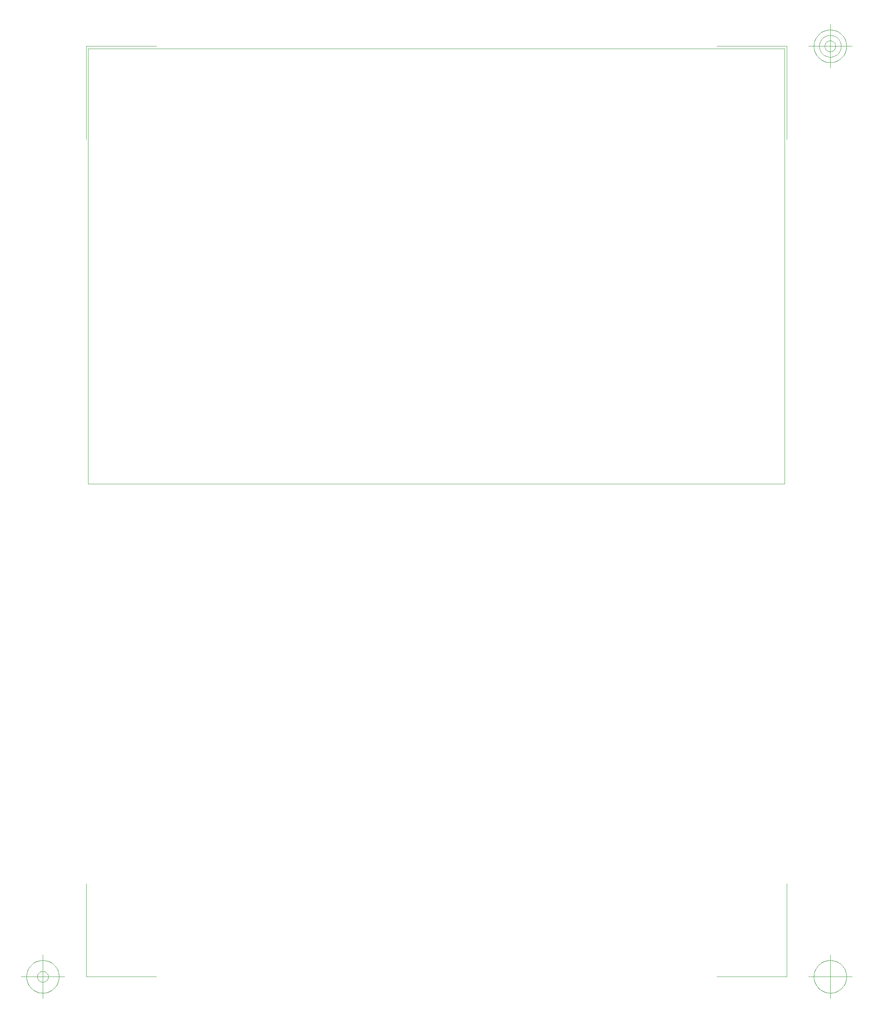
<source format=gbr>
G04 Generated by Ultiboard 10.0 *
%FSLAX25Y25*%
%MOIN*%

%ADD23C,0.00004*%
%ADD22C,0.00394*%


G04 ColorRGB 00FFFF for the following layer *
%LNLeiterplattenumriss*%
%LPD*%
%FSLAX25Y25*%
%MOIN*%
G54D23*
X0Y0D02*
X-629921Y0D01*
X-629921Y0D02*
X-629921Y393701D01*
X-629921Y393701D02*
X0Y393701D01*
X0Y393701D02*
X0Y0D01*
X0Y0D02*
X-629921Y0D01*
X-629921Y0D02*
X-629921Y393701D01*
X-629921Y393701D02*
X0Y393701D01*
X0Y393701D02*
X0Y0D01*
G54D22*
X2000Y-445688D02*
X2000Y-361519D01*
X2000Y-445688D02*
X-61350Y-445688D01*
X-631500Y-445688D02*
X-568150Y-445688D01*
X-631500Y-445688D02*
X-631500Y-361519D01*
X-631500Y396000D02*
X-631500Y311831D01*
X-631500Y396000D02*
X-568150Y396000D01*
X2000Y396000D02*
X-61350Y396000D01*
X2000Y396000D02*
X2000Y311831D01*
X21685Y-445688D02*
X61055Y-445688D01*
X41370Y-465373D02*
X41370Y-426003D01*
X26606Y-445688D02*
X26677Y-444241D01*
X26677Y-444241D02*
X26890Y-442807D01*
X26890Y-442807D02*
X27242Y-441402D01*
X27242Y-441402D02*
X27730Y-440038D01*
X27730Y-440038D02*
X28350Y-438728D01*
X28350Y-438728D02*
X29094Y-437485D01*
X29094Y-437485D02*
X29958Y-436322D01*
X29958Y-436322D02*
X30931Y-435248D01*
X30931Y-435248D02*
X32004Y-434275D01*
X32004Y-434275D02*
X33168Y-433412D01*
X33168Y-433412D02*
X34410Y-432667D01*
X34410Y-432667D02*
X35720Y-432048D01*
X35720Y-432048D02*
X37084Y-431560D01*
X37084Y-431560D02*
X38490Y-431208D01*
X38490Y-431208D02*
X39923Y-430995D01*
X39923Y-430995D02*
X41370Y-430924D01*
X41370Y-430924D02*
X42817Y-430995D01*
X42817Y-430995D02*
X44250Y-431208D01*
X44250Y-431208D02*
X45656Y-431560D01*
X45656Y-431560D02*
X47020Y-432048D01*
X47020Y-432048D02*
X48330Y-432667D01*
X48330Y-432667D02*
X49572Y-433412D01*
X49572Y-433412D02*
X50736Y-434275D01*
X50736Y-434275D02*
X51810Y-435248D01*
X51810Y-435248D02*
X52783Y-436322D01*
X52783Y-436322D02*
X53646Y-437485D01*
X53646Y-437485D02*
X54391Y-438728D01*
X54391Y-438728D02*
X55010Y-440038D01*
X55010Y-440038D02*
X55498Y-441402D01*
X55498Y-441402D02*
X55850Y-442807D01*
X55850Y-442807D02*
X56063Y-444241D01*
X56063Y-444241D02*
X56134Y-445688D01*
X56134Y-445688D02*
X56063Y-447135D01*
X56063Y-447135D02*
X55850Y-448568D01*
X55850Y-448568D02*
X55498Y-449973D01*
X55498Y-449973D02*
X55010Y-451338D01*
X55010Y-451338D02*
X54391Y-452647D01*
X54391Y-452647D02*
X53646Y-453890D01*
X53646Y-453890D02*
X52783Y-455054D01*
X52783Y-455054D02*
X51810Y-456127D01*
X51810Y-456127D02*
X50736Y-457100D01*
X50736Y-457100D02*
X49572Y-457963D01*
X49572Y-457963D02*
X48330Y-458708D01*
X48330Y-458708D02*
X47020Y-459328D01*
X47020Y-459328D02*
X45656Y-459816D01*
X45656Y-459816D02*
X44250Y-460168D01*
X44250Y-460168D02*
X42817Y-460380D01*
X42817Y-460380D02*
X41370Y-460452D01*
X41370Y-460452D02*
X39923Y-460380D01*
X39923Y-460380D02*
X38490Y-460168D01*
X38490Y-460168D02*
X37084Y-459816D01*
X37084Y-459816D02*
X35720Y-459328D01*
X35720Y-459328D02*
X34410Y-458708D01*
X34410Y-458708D02*
X33168Y-457963D01*
X33168Y-457963D02*
X32004Y-457100D01*
X32004Y-457100D02*
X30931Y-456127D01*
X30931Y-456127D02*
X29958Y-455054D01*
X29958Y-455054D02*
X29094Y-453890D01*
X29094Y-453890D02*
X28350Y-452647D01*
X28350Y-452647D02*
X27730Y-451338D01*
X27730Y-451338D02*
X27242Y-449973D01*
X27242Y-449973D02*
X26890Y-448568D01*
X26890Y-448568D02*
X26677Y-447135D01*
X26677Y-447135D02*
X26606Y-445688D01*
X-651185Y-445688D02*
X-690555Y-445688D01*
X-670870Y-465373D02*
X-670870Y-426003D01*
X-685634Y-445688D02*
X-685563Y-444241D01*
X-685563Y-444241D02*
X-685350Y-442807D01*
X-685350Y-442807D02*
X-684998Y-441402D01*
X-684998Y-441402D02*
X-684510Y-440038D01*
X-684510Y-440038D02*
X-683891Y-438728D01*
X-683891Y-438728D02*
X-683146Y-437485D01*
X-683146Y-437485D02*
X-682283Y-436322D01*
X-682283Y-436322D02*
X-681310Y-435248D01*
X-681310Y-435248D02*
X-680236Y-434275D01*
X-680236Y-434275D02*
X-679072Y-433412D01*
X-679072Y-433412D02*
X-677830Y-432667D01*
X-677830Y-432667D02*
X-676520Y-432048D01*
X-676520Y-432048D02*
X-675156Y-431560D01*
X-675156Y-431560D02*
X-673750Y-431208D01*
X-673750Y-431208D02*
X-672317Y-430995D01*
X-672317Y-430995D02*
X-670870Y-430924D01*
X-670870Y-430924D02*
X-669423Y-430995D01*
X-669423Y-430995D02*
X-667990Y-431208D01*
X-667990Y-431208D02*
X-666584Y-431560D01*
X-666584Y-431560D02*
X-665220Y-432048D01*
X-665220Y-432048D02*
X-663910Y-432667D01*
X-663910Y-432667D02*
X-662668Y-433412D01*
X-662668Y-433412D02*
X-661504Y-434275D01*
X-661504Y-434275D02*
X-660431Y-435248D01*
X-660431Y-435248D02*
X-659458Y-436322D01*
X-659458Y-436322D02*
X-658594Y-437485D01*
X-658594Y-437485D02*
X-657850Y-438728D01*
X-657850Y-438728D02*
X-657230Y-440038D01*
X-657230Y-440038D02*
X-656742Y-441402D01*
X-656742Y-441402D02*
X-656390Y-442807D01*
X-656390Y-442807D02*
X-656177Y-444241D01*
X-656177Y-444241D02*
X-656106Y-445688D01*
X-656106Y-445688D02*
X-656177Y-447135D01*
X-656177Y-447135D02*
X-656390Y-448568D01*
X-656390Y-448568D02*
X-656742Y-449973D01*
X-656742Y-449973D02*
X-657230Y-451338D01*
X-657230Y-451338D02*
X-657850Y-452647D01*
X-657850Y-452647D02*
X-658594Y-453890D01*
X-658594Y-453890D02*
X-659458Y-455054D01*
X-659458Y-455054D02*
X-660431Y-456127D01*
X-660431Y-456127D02*
X-661504Y-457100D01*
X-661504Y-457100D02*
X-662668Y-457963D01*
X-662668Y-457963D02*
X-663910Y-458708D01*
X-663910Y-458708D02*
X-665220Y-459328D01*
X-665220Y-459328D02*
X-666584Y-459816D01*
X-666584Y-459816D02*
X-667990Y-460168D01*
X-667990Y-460168D02*
X-669423Y-460380D01*
X-669423Y-460380D02*
X-670870Y-460452D01*
X-670870Y-460452D02*
X-672317Y-460380D01*
X-672317Y-460380D02*
X-673750Y-460168D01*
X-673750Y-460168D02*
X-675156Y-459816D01*
X-675156Y-459816D02*
X-676520Y-459328D01*
X-676520Y-459328D02*
X-677830Y-458708D01*
X-677830Y-458708D02*
X-679072Y-457963D01*
X-679072Y-457963D02*
X-680236Y-457100D01*
X-680236Y-457100D02*
X-681310Y-456127D01*
X-681310Y-456127D02*
X-682283Y-455054D01*
X-682283Y-455054D02*
X-683146Y-453890D01*
X-683146Y-453890D02*
X-683891Y-452647D01*
X-683891Y-452647D02*
X-684510Y-451338D01*
X-684510Y-451338D02*
X-684998Y-449973D01*
X-684998Y-449973D02*
X-685350Y-448568D01*
X-685350Y-448568D02*
X-685563Y-447135D01*
X-685563Y-447135D02*
X-685634Y-445688D01*
X-675791Y-445688D02*
X-675768Y-445205D01*
X-675768Y-445205D02*
X-675697Y-444728D01*
X-675697Y-444728D02*
X-675579Y-444259D01*
X-675579Y-444259D02*
X-675417Y-443804D01*
X-675417Y-443804D02*
X-675210Y-443368D01*
X-675210Y-443368D02*
X-674962Y-442954D01*
X-674962Y-442954D02*
X-674674Y-442566D01*
X-674674Y-442566D02*
X-674350Y-442208D01*
X-674350Y-442208D02*
X-673992Y-441884D01*
X-673992Y-441884D02*
X-673604Y-441596D01*
X-673604Y-441596D02*
X-673190Y-441348D01*
X-673190Y-441348D02*
X-672753Y-441141D01*
X-672753Y-441141D02*
X-672299Y-440978D01*
X-672299Y-440978D02*
X-671830Y-440861D01*
X-671830Y-440861D02*
X-671352Y-440790D01*
X-671352Y-440790D02*
X-670870Y-440766D01*
X-670870Y-440766D02*
X-670388Y-440790D01*
X-670388Y-440790D02*
X-669910Y-440861D01*
X-669910Y-440861D02*
X-669442Y-440978D01*
X-669442Y-440978D02*
X-668987Y-441141D01*
X-668987Y-441141D02*
X-668550Y-441348D01*
X-668550Y-441348D02*
X-668136Y-441596D01*
X-668136Y-441596D02*
X-667748Y-441884D01*
X-667748Y-441884D02*
X-667390Y-442208D01*
X-667390Y-442208D02*
X-667066Y-442566D01*
X-667066Y-442566D02*
X-666778Y-442954D01*
X-666778Y-442954D02*
X-666530Y-443368D01*
X-666530Y-443368D02*
X-666323Y-443804D01*
X-666323Y-443804D02*
X-666161Y-444259D01*
X-666161Y-444259D02*
X-666043Y-444728D01*
X-666043Y-444728D02*
X-665973Y-445205D01*
X-665973Y-445205D02*
X-665949Y-445688D01*
X-665949Y-445688D02*
X-665973Y-446170D01*
X-665973Y-446170D02*
X-666043Y-446648D01*
X-666043Y-446648D02*
X-666161Y-447116D01*
X-666161Y-447116D02*
X-666323Y-447571D01*
X-666323Y-447571D02*
X-666530Y-448008D01*
X-666530Y-448008D02*
X-666778Y-448422D01*
X-666778Y-448422D02*
X-667066Y-448810D01*
X-667066Y-448810D02*
X-667390Y-449168D01*
X-667390Y-449168D02*
X-667748Y-449492D01*
X-667748Y-449492D02*
X-668136Y-449780D01*
X-668136Y-449780D02*
X-668550Y-450028D01*
X-668550Y-450028D02*
X-668987Y-450234D01*
X-668987Y-450234D02*
X-669442Y-450397D01*
X-669442Y-450397D02*
X-669910Y-450514D01*
X-669910Y-450514D02*
X-670388Y-450585D01*
X-670388Y-450585D02*
X-670870Y-450609D01*
X-670870Y-450609D02*
X-671352Y-450585D01*
X-671352Y-450585D02*
X-671830Y-450514D01*
X-671830Y-450514D02*
X-672299Y-450397D01*
X-672299Y-450397D02*
X-672753Y-450234D01*
X-672753Y-450234D02*
X-673190Y-450028D01*
X-673190Y-450028D02*
X-673604Y-449780D01*
X-673604Y-449780D02*
X-673992Y-449492D01*
X-673992Y-449492D02*
X-674350Y-449168D01*
X-674350Y-449168D02*
X-674674Y-448810D01*
X-674674Y-448810D02*
X-674962Y-448422D01*
X-674962Y-448422D02*
X-675210Y-448008D01*
X-675210Y-448008D02*
X-675417Y-447571D01*
X-675417Y-447571D02*
X-675579Y-447116D01*
X-675579Y-447116D02*
X-675697Y-446648D01*
X-675697Y-446648D02*
X-675768Y-446170D01*
X-675768Y-446170D02*
X-675791Y-445688D01*
X21685Y396000D02*
X61055Y396000D01*
X41370Y376315D02*
X41370Y415685D01*
X26606Y396000D02*
X26677Y397447D01*
X26677Y397447D02*
X26890Y398880D01*
X26890Y398880D02*
X27242Y400286D01*
X27242Y400286D02*
X27730Y401650D01*
X27730Y401650D02*
X28350Y402960D01*
X28350Y402960D02*
X29094Y404202D01*
X29094Y404202D02*
X29958Y405366D01*
X29958Y405366D02*
X30931Y406440D01*
X30931Y406440D02*
X32004Y407413D01*
X32004Y407413D02*
X33168Y408276D01*
X33168Y408276D02*
X34410Y409020D01*
X34410Y409020D02*
X35720Y409640D01*
X35720Y409640D02*
X37084Y410128D01*
X37084Y410128D02*
X38490Y410480D01*
X38490Y410480D02*
X39923Y410693D01*
X39923Y410693D02*
X41370Y410764D01*
X41370Y410764D02*
X42817Y410693D01*
X42817Y410693D02*
X44250Y410480D01*
X44250Y410480D02*
X45656Y410128D01*
X45656Y410128D02*
X47020Y409640D01*
X47020Y409640D02*
X48330Y409020D01*
X48330Y409020D02*
X49572Y408276D01*
X49572Y408276D02*
X50736Y407413D01*
X50736Y407413D02*
X51810Y406440D01*
X51810Y406440D02*
X52783Y405366D01*
X52783Y405366D02*
X53646Y404202D01*
X53646Y404202D02*
X54391Y402960D01*
X54391Y402960D02*
X55010Y401650D01*
X55010Y401650D02*
X55498Y400286D01*
X55498Y400286D02*
X55850Y398880D01*
X55850Y398880D02*
X56063Y397447D01*
X56063Y397447D02*
X56134Y396000D01*
X56134Y396000D02*
X56063Y394553D01*
X56063Y394553D02*
X55850Y393120D01*
X55850Y393120D02*
X55498Y391714D01*
X55498Y391714D02*
X55010Y390350D01*
X55010Y390350D02*
X54391Y389040D01*
X54391Y389040D02*
X53646Y387798D01*
X53646Y387798D02*
X52783Y386634D01*
X52783Y386634D02*
X51810Y385560D01*
X51810Y385560D02*
X50736Y384587D01*
X50736Y384587D02*
X49572Y383724D01*
X49572Y383724D02*
X48330Y382980D01*
X48330Y382980D02*
X47020Y382360D01*
X47020Y382360D02*
X45656Y381872D01*
X45656Y381872D02*
X44250Y381520D01*
X44250Y381520D02*
X42817Y381307D01*
X42817Y381307D02*
X41370Y381236D01*
X41370Y381236D02*
X39923Y381307D01*
X39923Y381307D02*
X38490Y381520D01*
X38490Y381520D02*
X37084Y381872D01*
X37084Y381872D02*
X35720Y382360D01*
X35720Y382360D02*
X34410Y382980D01*
X34410Y382980D02*
X33168Y383724D01*
X33168Y383724D02*
X32004Y384587D01*
X32004Y384587D02*
X30931Y385560D01*
X30931Y385560D02*
X29958Y386634D01*
X29958Y386634D02*
X29094Y387798D01*
X29094Y387798D02*
X28350Y389040D01*
X28350Y389040D02*
X27730Y390350D01*
X27730Y390350D02*
X27242Y391714D01*
X27242Y391714D02*
X26890Y393120D01*
X26890Y393120D02*
X26677Y394553D01*
X26677Y394553D02*
X26606Y396000D01*
X31528Y396000D02*
X31575Y396965D01*
X31575Y396965D02*
X31717Y397920D01*
X31717Y397920D02*
X31951Y398857D01*
X31951Y398857D02*
X32277Y399767D01*
X32277Y399767D02*
X32690Y400640D01*
X32690Y400640D02*
X33186Y401468D01*
X33186Y401468D02*
X33762Y402244D01*
X33762Y402244D02*
X34410Y402960D01*
X34410Y402960D02*
X35126Y403608D01*
X35126Y403608D02*
X35902Y404184D01*
X35902Y404184D02*
X36730Y404680D01*
X36730Y404680D02*
X37604Y405093D01*
X37604Y405093D02*
X38513Y405419D01*
X38513Y405419D02*
X39450Y405653D01*
X39450Y405653D02*
X40405Y405795D01*
X40405Y405795D02*
X41370Y405843D01*
X41370Y405843D02*
X42335Y405795D01*
X42335Y405795D02*
X43290Y405653D01*
X43290Y405653D02*
X44227Y405419D01*
X44227Y405419D02*
X45137Y405093D01*
X45137Y405093D02*
X46010Y404680D01*
X46010Y404680D02*
X46838Y404184D01*
X46838Y404184D02*
X47614Y403608D01*
X47614Y403608D02*
X48330Y402960D01*
X48330Y402960D02*
X48978Y402244D01*
X48978Y402244D02*
X49554Y401468D01*
X49554Y401468D02*
X50050Y400640D01*
X50050Y400640D02*
X50463Y399767D01*
X50463Y399767D02*
X50789Y398857D01*
X50789Y398857D02*
X51023Y397920D01*
X51023Y397920D02*
X51165Y396965D01*
X51165Y396965D02*
X51213Y396000D01*
X51213Y396000D02*
X51165Y395035D01*
X51165Y395035D02*
X51023Y394080D01*
X51023Y394080D02*
X50789Y393143D01*
X50789Y393143D02*
X50463Y392233D01*
X50463Y392233D02*
X50050Y391360D01*
X50050Y391360D02*
X49554Y390532D01*
X49554Y390532D02*
X48978Y389756D01*
X48978Y389756D02*
X48330Y389040D01*
X48330Y389040D02*
X47614Y388392D01*
X47614Y388392D02*
X46838Y387816D01*
X46838Y387816D02*
X46010Y387320D01*
X46010Y387320D02*
X45137Y386907D01*
X45137Y386907D02*
X44227Y386581D01*
X44227Y386581D02*
X43290Y386347D01*
X43290Y386347D02*
X42335Y386205D01*
X42335Y386205D02*
X41370Y386157D01*
X41370Y386157D02*
X40405Y386205D01*
X40405Y386205D02*
X39450Y386347D01*
X39450Y386347D02*
X38513Y386581D01*
X38513Y386581D02*
X37604Y386907D01*
X37604Y386907D02*
X36730Y387320D01*
X36730Y387320D02*
X35902Y387816D01*
X35902Y387816D02*
X35126Y388392D01*
X35126Y388392D02*
X34410Y389040D01*
X34410Y389040D02*
X33762Y389756D01*
X33762Y389756D02*
X33186Y390532D01*
X33186Y390532D02*
X32690Y391360D01*
X32690Y391360D02*
X32277Y392233D01*
X32277Y392233D02*
X31951Y393143D01*
X31951Y393143D02*
X31717Y394080D01*
X31717Y394080D02*
X31575Y395035D01*
X31575Y395035D02*
X31528Y396000D01*
X36449Y396000D02*
X36473Y396482D01*
X36473Y396482D02*
X36543Y396960D01*
X36543Y396960D02*
X36661Y397429D01*
X36661Y397429D02*
X36823Y397883D01*
X36823Y397883D02*
X37030Y398320D01*
X37030Y398320D02*
X37278Y398734D01*
X37278Y398734D02*
X37566Y399122D01*
X37566Y399122D02*
X37890Y399480D01*
X37890Y399480D02*
X38248Y399804D01*
X38248Y399804D02*
X38636Y400092D01*
X38636Y400092D02*
X39050Y400340D01*
X39050Y400340D02*
X39487Y400547D01*
X39487Y400547D02*
X39942Y400709D01*
X39942Y400709D02*
X40410Y400827D01*
X40410Y400827D02*
X40888Y400898D01*
X40888Y400898D02*
X41370Y400921D01*
X41370Y400921D02*
X41852Y400898D01*
X41852Y400898D02*
X42330Y400827D01*
X42330Y400827D02*
X42799Y400709D01*
X42799Y400709D02*
X43253Y400547D01*
X43253Y400547D02*
X43690Y400340D01*
X43690Y400340D02*
X44104Y400092D01*
X44104Y400092D02*
X44492Y399804D01*
X44492Y399804D02*
X44850Y399480D01*
X44850Y399480D02*
X45174Y399122D01*
X45174Y399122D02*
X45462Y398734D01*
X45462Y398734D02*
X45710Y398320D01*
X45710Y398320D02*
X45917Y397883D01*
X45917Y397883D02*
X46079Y397429D01*
X46079Y397429D02*
X46197Y396960D01*
X46197Y396960D02*
X46268Y396482D01*
X46268Y396482D02*
X46291Y396000D01*
X46291Y396000D02*
X46268Y395518D01*
X46268Y395518D02*
X46197Y395040D01*
X46197Y395040D02*
X46079Y394571D01*
X46079Y394571D02*
X45917Y394117D01*
X45917Y394117D02*
X45710Y393680D01*
X45710Y393680D02*
X45462Y393266D01*
X45462Y393266D02*
X45174Y392878D01*
X45174Y392878D02*
X44850Y392520D01*
X44850Y392520D02*
X44492Y392196D01*
X44492Y392196D02*
X44104Y391908D01*
X44104Y391908D02*
X43690Y391660D01*
X43690Y391660D02*
X43253Y391453D01*
X43253Y391453D02*
X42799Y391291D01*
X42799Y391291D02*
X42330Y391173D01*
X42330Y391173D02*
X41852Y391102D01*
X41852Y391102D02*
X41370Y391079D01*
X41370Y391079D02*
X40888Y391102D01*
X40888Y391102D02*
X40410Y391173D01*
X40410Y391173D02*
X39942Y391291D01*
X39942Y391291D02*
X39487Y391453D01*
X39487Y391453D02*
X39050Y391660D01*
X39050Y391660D02*
X38636Y391908D01*
X38636Y391908D02*
X38248Y392196D01*
X38248Y392196D02*
X37890Y392520D01*
X37890Y392520D02*
X37566Y392878D01*
X37566Y392878D02*
X37278Y393266D01*
X37278Y393266D02*
X37030Y393680D01*
X37030Y393680D02*
X36823Y394117D01*
X36823Y394117D02*
X36661Y394571D01*
X36661Y394571D02*
X36543Y395040D01*
X36543Y395040D02*
X36473Y395518D01*
X36473Y395518D02*
X36449Y396000D01*
X2000Y-445688D02*
X2000Y-361519D01*
X2000Y-445688D02*
X-61350Y-445688D01*
X-631500Y-445688D02*
X-568150Y-445688D01*
X-631500Y-445688D02*
X-631500Y-361519D01*
X-631500Y396000D02*
X-631500Y311831D01*
X-631500Y396000D02*
X-568150Y396000D01*
X2000Y396000D02*
X-61350Y396000D01*
X2000Y396000D02*
X2000Y311831D01*
X21685Y-445688D02*
X61055Y-445688D01*
X41370Y-465373D02*
X41370Y-426003D01*
X26606Y-445688D02*
X26677Y-444241D01*
X26677Y-444241D02*
X26890Y-442807D01*
X26890Y-442807D02*
X27242Y-441402D01*
X27242Y-441402D02*
X27730Y-440038D01*
X27730Y-440038D02*
X28350Y-438728D01*
X28350Y-438728D02*
X29094Y-437485D01*
X29094Y-437485D02*
X29958Y-436322D01*
X29958Y-436322D02*
X30931Y-435248D01*
X30931Y-435248D02*
X32004Y-434275D01*
X32004Y-434275D02*
X33168Y-433412D01*
X33168Y-433412D02*
X34410Y-432667D01*
X34410Y-432667D02*
X35720Y-432048D01*
X35720Y-432048D02*
X37084Y-431560D01*
X37084Y-431560D02*
X38490Y-431208D01*
X38490Y-431208D02*
X39923Y-430995D01*
X39923Y-430995D02*
X41370Y-430924D01*
X41370Y-430924D02*
X42817Y-430995D01*
X42817Y-430995D02*
X44250Y-431208D01*
X44250Y-431208D02*
X45656Y-431560D01*
X45656Y-431560D02*
X47020Y-432048D01*
X47020Y-432048D02*
X48330Y-432667D01*
X48330Y-432667D02*
X49572Y-433412D01*
X49572Y-433412D02*
X50736Y-434275D01*
X50736Y-434275D02*
X51810Y-435248D01*
X51810Y-435248D02*
X52783Y-436322D01*
X52783Y-436322D02*
X53646Y-437485D01*
X53646Y-437485D02*
X54391Y-438728D01*
X54391Y-438728D02*
X55010Y-440038D01*
X55010Y-440038D02*
X55498Y-441402D01*
X55498Y-441402D02*
X55850Y-442807D01*
X55850Y-442807D02*
X56063Y-444241D01*
X56063Y-444241D02*
X56134Y-445688D01*
X56134Y-445688D02*
X56063Y-447135D01*
X56063Y-447135D02*
X55850Y-448568D01*
X55850Y-448568D02*
X55498Y-449973D01*
X55498Y-449973D02*
X55010Y-451338D01*
X55010Y-451338D02*
X54391Y-452647D01*
X54391Y-452647D02*
X53646Y-453890D01*
X53646Y-453890D02*
X52783Y-455054D01*
X52783Y-455054D02*
X51810Y-456127D01*
X51810Y-456127D02*
X50736Y-457100D01*
X50736Y-457100D02*
X49572Y-457963D01*
X49572Y-457963D02*
X48330Y-458708D01*
X48330Y-458708D02*
X47020Y-459328D01*
X47020Y-459328D02*
X45656Y-459816D01*
X45656Y-459816D02*
X44250Y-460168D01*
X44250Y-460168D02*
X42817Y-460380D01*
X42817Y-460380D02*
X41370Y-460452D01*
X41370Y-460452D02*
X39923Y-460380D01*
X39923Y-460380D02*
X38490Y-460168D01*
X38490Y-460168D02*
X37084Y-459816D01*
X37084Y-459816D02*
X35720Y-459328D01*
X35720Y-459328D02*
X34410Y-458708D01*
X34410Y-458708D02*
X33168Y-457963D01*
X33168Y-457963D02*
X32004Y-457100D01*
X32004Y-457100D02*
X30931Y-456127D01*
X30931Y-456127D02*
X29958Y-455054D01*
X29958Y-455054D02*
X29094Y-453890D01*
X29094Y-453890D02*
X28350Y-452647D01*
X28350Y-452647D02*
X27730Y-451338D01*
X27730Y-451338D02*
X27242Y-449973D01*
X27242Y-449973D02*
X26890Y-448568D01*
X26890Y-448568D02*
X26677Y-447135D01*
X26677Y-447135D02*
X26606Y-445688D01*
X-651185Y-445688D02*
X-690555Y-445688D01*
X-670870Y-465373D02*
X-670870Y-426003D01*
X-685634Y-445688D02*
X-685563Y-444241D01*
X-685563Y-444241D02*
X-685350Y-442807D01*
X-685350Y-442807D02*
X-684998Y-441402D01*
X-684998Y-441402D02*
X-684510Y-440038D01*
X-684510Y-440038D02*
X-683891Y-438728D01*
X-683891Y-438728D02*
X-683146Y-437485D01*
X-683146Y-437485D02*
X-682283Y-436322D01*
X-682283Y-436322D02*
X-681310Y-435248D01*
X-681310Y-435248D02*
X-680236Y-434275D01*
X-680236Y-434275D02*
X-679072Y-433412D01*
X-679072Y-433412D02*
X-677830Y-432667D01*
X-677830Y-432667D02*
X-676520Y-432048D01*
X-676520Y-432048D02*
X-675156Y-431560D01*
X-675156Y-431560D02*
X-673750Y-431208D01*
X-673750Y-431208D02*
X-672317Y-430995D01*
X-672317Y-430995D02*
X-670870Y-430924D01*
X-670870Y-430924D02*
X-669423Y-430995D01*
X-669423Y-430995D02*
X-667990Y-431208D01*
X-667990Y-431208D02*
X-666584Y-431560D01*
X-666584Y-431560D02*
X-665220Y-432048D01*
X-665220Y-432048D02*
X-663910Y-432667D01*
X-663910Y-432667D02*
X-662668Y-433412D01*
X-662668Y-433412D02*
X-661504Y-434275D01*
X-661504Y-434275D02*
X-660431Y-435248D01*
X-660431Y-435248D02*
X-659458Y-436322D01*
X-659458Y-436322D02*
X-658594Y-437485D01*
X-658594Y-437485D02*
X-657850Y-438728D01*
X-657850Y-438728D02*
X-657230Y-440038D01*
X-657230Y-440038D02*
X-656742Y-441402D01*
X-656742Y-441402D02*
X-656390Y-442807D01*
X-656390Y-442807D02*
X-656177Y-444241D01*
X-656177Y-444241D02*
X-656106Y-445688D01*
X-656106Y-445688D02*
X-656177Y-447135D01*
X-656177Y-447135D02*
X-656390Y-448568D01*
X-656390Y-448568D02*
X-656742Y-449973D01*
X-656742Y-449973D02*
X-657230Y-451338D01*
X-657230Y-451338D02*
X-657850Y-452647D01*
X-657850Y-452647D02*
X-658594Y-453890D01*
X-658594Y-453890D02*
X-659458Y-455054D01*
X-659458Y-455054D02*
X-660431Y-456127D01*
X-660431Y-456127D02*
X-661504Y-457100D01*
X-661504Y-457100D02*
X-662668Y-457963D01*
X-662668Y-457963D02*
X-663910Y-458708D01*
X-663910Y-458708D02*
X-665220Y-459328D01*
X-665220Y-459328D02*
X-666584Y-459816D01*
X-666584Y-459816D02*
X-667990Y-460168D01*
X-667990Y-460168D02*
X-669423Y-460380D01*
X-669423Y-460380D02*
X-670870Y-460452D01*
X-670870Y-460452D02*
X-672317Y-460380D01*
X-672317Y-460380D02*
X-673750Y-460168D01*
X-673750Y-460168D02*
X-675156Y-459816D01*
X-675156Y-459816D02*
X-676520Y-459328D01*
X-676520Y-459328D02*
X-677830Y-458708D01*
X-677830Y-458708D02*
X-679072Y-457963D01*
X-679072Y-457963D02*
X-680236Y-457100D01*
X-680236Y-457100D02*
X-681310Y-456127D01*
X-681310Y-456127D02*
X-682283Y-455054D01*
X-682283Y-455054D02*
X-683146Y-453890D01*
X-683146Y-453890D02*
X-683891Y-452647D01*
X-683891Y-452647D02*
X-684510Y-451338D01*
X-684510Y-451338D02*
X-684998Y-449973D01*
X-684998Y-449973D02*
X-685350Y-448568D01*
X-685350Y-448568D02*
X-685563Y-447135D01*
X-685563Y-447135D02*
X-685634Y-445688D01*
X-675791Y-445688D02*
X-675768Y-445205D01*
X-675768Y-445205D02*
X-675697Y-444728D01*
X-675697Y-444728D02*
X-675579Y-444259D01*
X-675579Y-444259D02*
X-675417Y-443804D01*
X-675417Y-443804D02*
X-675210Y-443368D01*
X-675210Y-443368D02*
X-674962Y-442954D01*
X-674962Y-442954D02*
X-674674Y-442566D01*
X-674674Y-442566D02*
X-674350Y-442208D01*
X-674350Y-442208D02*
X-673992Y-441884D01*
X-673992Y-441884D02*
X-673604Y-441596D01*
X-673604Y-441596D02*
X-673190Y-441348D01*
X-673190Y-441348D02*
X-672753Y-441141D01*
X-672753Y-441141D02*
X-672299Y-440978D01*
X-672299Y-440978D02*
X-671830Y-440861D01*
X-671830Y-440861D02*
X-671352Y-440790D01*
X-671352Y-440790D02*
X-670870Y-440766D01*
X-670870Y-440766D02*
X-670388Y-440790D01*
X-670388Y-440790D02*
X-669910Y-440861D01*
X-669910Y-440861D02*
X-669442Y-440978D01*
X-669442Y-440978D02*
X-668987Y-441141D01*
X-668987Y-441141D02*
X-668550Y-441348D01*
X-668550Y-441348D02*
X-668136Y-441596D01*
X-668136Y-441596D02*
X-667748Y-441884D01*
X-667748Y-441884D02*
X-667390Y-442208D01*
X-667390Y-442208D02*
X-667066Y-442566D01*
X-667066Y-442566D02*
X-666778Y-442954D01*
X-666778Y-442954D02*
X-666530Y-443368D01*
X-666530Y-443368D02*
X-666323Y-443804D01*
X-666323Y-443804D02*
X-666161Y-444259D01*
X-666161Y-444259D02*
X-666043Y-444728D01*
X-666043Y-444728D02*
X-665973Y-445205D01*
X-665973Y-445205D02*
X-665949Y-445688D01*
X-665949Y-445688D02*
X-665973Y-446170D01*
X-665973Y-446170D02*
X-666043Y-446648D01*
X-666043Y-446648D02*
X-666161Y-447116D01*
X-666161Y-447116D02*
X-666323Y-447571D01*
X-666323Y-447571D02*
X-666530Y-448008D01*
X-666530Y-448008D02*
X-666778Y-448422D01*
X-666778Y-448422D02*
X-667066Y-448810D01*
X-667066Y-448810D02*
X-667390Y-449168D01*
X-667390Y-449168D02*
X-667748Y-449492D01*
X-667748Y-449492D02*
X-668136Y-449780D01*
X-668136Y-449780D02*
X-668550Y-450028D01*
X-668550Y-450028D02*
X-668987Y-450234D01*
X-668987Y-450234D02*
X-669442Y-450397D01*
X-669442Y-450397D02*
X-669910Y-450514D01*
X-669910Y-450514D02*
X-670388Y-450585D01*
X-670388Y-450585D02*
X-670870Y-450609D01*
X-670870Y-450609D02*
X-671352Y-450585D01*
X-671352Y-450585D02*
X-671830Y-450514D01*
X-671830Y-450514D02*
X-672299Y-450397D01*
X-672299Y-450397D02*
X-672753Y-450234D01*
X-672753Y-450234D02*
X-673190Y-450028D01*
X-673190Y-450028D02*
X-673604Y-449780D01*
X-673604Y-449780D02*
X-673992Y-449492D01*
X-673992Y-449492D02*
X-674350Y-449168D01*
X-674350Y-449168D02*
X-674674Y-448810D01*
X-674674Y-448810D02*
X-674962Y-448422D01*
X-674962Y-448422D02*
X-675210Y-448008D01*
X-675210Y-448008D02*
X-675417Y-447571D01*
X-675417Y-447571D02*
X-675579Y-447116D01*
X-675579Y-447116D02*
X-675697Y-446648D01*
X-675697Y-446648D02*
X-675768Y-446170D01*
X-675768Y-446170D02*
X-675791Y-445688D01*
X21685Y396000D02*
X61055Y396000D01*
X41370Y376315D02*
X41370Y415685D01*
X26606Y396000D02*
X26677Y397447D01*
X26677Y397447D02*
X26890Y398880D01*
X26890Y398880D02*
X27242Y400286D01*
X27242Y400286D02*
X27730Y401650D01*
X27730Y401650D02*
X28350Y402960D01*
X28350Y402960D02*
X29094Y404202D01*
X29094Y404202D02*
X29958Y405366D01*
X29958Y405366D02*
X30931Y406440D01*
X30931Y406440D02*
X32004Y407413D01*
X32004Y407413D02*
X33168Y408276D01*
X33168Y408276D02*
X34410Y409020D01*
X34410Y409020D02*
X35720Y409640D01*
X35720Y409640D02*
X37084Y410128D01*
X37084Y410128D02*
X38490Y410480D01*
X38490Y410480D02*
X39923Y410693D01*
X39923Y410693D02*
X41370Y410764D01*
X41370Y410764D02*
X42817Y410693D01*
X42817Y410693D02*
X44250Y410480D01*
X44250Y410480D02*
X45656Y410128D01*
X45656Y410128D02*
X47020Y409640D01*
X47020Y409640D02*
X48330Y409020D01*
X48330Y409020D02*
X49572Y408276D01*
X49572Y408276D02*
X50736Y407413D01*
X50736Y407413D02*
X51810Y406440D01*
X51810Y406440D02*
X52783Y405366D01*
X52783Y405366D02*
X53646Y404202D01*
X53646Y404202D02*
X54391Y402960D01*
X54391Y402960D02*
X55010Y401650D01*
X55010Y401650D02*
X55498Y400286D01*
X55498Y400286D02*
X55850Y398880D01*
X55850Y398880D02*
X56063Y397447D01*
X56063Y397447D02*
X56134Y396000D01*
X56134Y396000D02*
X56063Y394553D01*
X56063Y394553D02*
X55850Y393120D01*
X55850Y393120D02*
X55498Y391714D01*
X55498Y391714D02*
X55010Y390350D01*
X55010Y390350D02*
X54391Y389040D01*
X54391Y389040D02*
X53646Y387798D01*
X53646Y387798D02*
X52783Y386634D01*
X52783Y386634D02*
X51810Y385560D01*
X51810Y385560D02*
X50736Y384587D01*
X50736Y384587D02*
X49572Y383724D01*
X49572Y383724D02*
X48330Y382980D01*
X48330Y382980D02*
X47020Y382360D01*
X47020Y382360D02*
X45656Y381872D01*
X45656Y381872D02*
X44250Y381520D01*
X44250Y381520D02*
X42817Y381307D01*
X42817Y381307D02*
X41370Y381236D01*
X41370Y381236D02*
X39923Y381307D01*
X39923Y381307D02*
X38490Y381520D01*
X38490Y381520D02*
X37084Y381872D01*
X37084Y381872D02*
X35720Y382360D01*
X35720Y382360D02*
X34410Y382980D01*
X34410Y382980D02*
X33168Y383724D01*
X33168Y383724D02*
X32004Y384587D01*
X32004Y384587D02*
X30931Y385560D01*
X30931Y385560D02*
X29958Y386634D01*
X29958Y386634D02*
X29094Y387798D01*
X29094Y387798D02*
X28350Y389040D01*
X28350Y389040D02*
X27730Y390350D01*
X27730Y390350D02*
X27242Y391714D01*
X27242Y391714D02*
X26890Y393120D01*
X26890Y393120D02*
X26677Y394553D01*
X26677Y394553D02*
X26606Y396000D01*
X31528Y396000D02*
X31575Y396965D01*
X31575Y396965D02*
X31717Y397920D01*
X31717Y397920D02*
X31951Y398857D01*
X31951Y398857D02*
X32277Y399767D01*
X32277Y399767D02*
X32690Y400640D01*
X32690Y400640D02*
X33186Y401468D01*
X33186Y401468D02*
X33762Y402244D01*
X33762Y402244D02*
X34410Y402960D01*
X34410Y402960D02*
X35126Y403608D01*
X35126Y403608D02*
X35902Y404184D01*
X35902Y404184D02*
X36730Y404680D01*
X36730Y404680D02*
X37604Y405093D01*
X37604Y405093D02*
X38513Y405419D01*
X38513Y405419D02*
X39450Y405653D01*
X39450Y405653D02*
X40405Y405795D01*
X40405Y405795D02*
X41370Y405843D01*
X41370Y405843D02*
X42335Y405795D01*
X42335Y405795D02*
X43290Y405653D01*
X43290Y405653D02*
X44227Y405419D01*
X44227Y405419D02*
X45137Y405093D01*
X45137Y405093D02*
X46010Y404680D01*
X46010Y404680D02*
X46838Y404184D01*
X46838Y404184D02*
X47614Y403608D01*
X47614Y403608D02*
X48330Y402960D01*
X48330Y402960D02*
X48978Y402244D01*
X48978Y402244D02*
X49554Y401468D01*
X49554Y401468D02*
X50050Y400640D01*
X50050Y400640D02*
X50463Y399767D01*
X50463Y399767D02*
X50789Y398857D01*
X50789Y398857D02*
X51023Y397920D01*
X51023Y397920D02*
X51165Y396965D01*
X51165Y396965D02*
X51213Y396000D01*
X51213Y396000D02*
X51165Y395035D01*
X51165Y395035D02*
X51023Y394080D01*
X51023Y394080D02*
X50789Y393143D01*
X50789Y393143D02*
X50463Y392233D01*
X50463Y392233D02*
X50050Y391360D01*
X50050Y391360D02*
X49554Y390532D01*
X49554Y390532D02*
X48978Y389756D01*
X48978Y389756D02*
X48330Y389040D01*
X48330Y389040D02*
X47614Y388392D01*
X47614Y388392D02*
X46838Y387816D01*
X46838Y387816D02*
X46010Y387320D01*
X46010Y387320D02*
X45137Y386907D01*
X45137Y386907D02*
X44227Y386581D01*
X44227Y386581D02*
X43290Y386347D01*
X43290Y386347D02*
X42335Y386205D01*
X42335Y386205D02*
X41370Y386157D01*
X41370Y386157D02*
X40405Y386205D01*
X40405Y386205D02*
X39450Y386347D01*
X39450Y386347D02*
X38513Y386581D01*
X38513Y386581D02*
X37604Y386907D01*
X37604Y386907D02*
X36730Y387320D01*
X36730Y387320D02*
X35902Y387816D01*
X35902Y387816D02*
X35126Y388392D01*
X35126Y388392D02*
X34410Y389040D01*
X34410Y389040D02*
X33762Y389756D01*
X33762Y389756D02*
X33186Y390532D01*
X33186Y390532D02*
X32690Y391360D01*
X32690Y391360D02*
X32277Y392233D01*
X32277Y392233D02*
X31951Y393143D01*
X31951Y393143D02*
X31717Y394080D01*
X31717Y394080D02*
X31575Y395035D01*
X31575Y395035D02*
X31528Y396000D01*
X36449Y396000D02*
X36473Y396482D01*
X36473Y396482D02*
X36543Y396960D01*
X36543Y396960D02*
X36661Y397429D01*
X36661Y397429D02*
X36823Y397883D01*
X36823Y397883D02*
X37030Y398320D01*
X37030Y398320D02*
X37278Y398734D01*
X37278Y398734D02*
X37566Y399122D01*
X37566Y399122D02*
X37890Y399480D01*
X37890Y399480D02*
X38248Y399804D01*
X38248Y399804D02*
X38636Y400092D01*
X38636Y400092D02*
X39050Y400340D01*
X39050Y400340D02*
X39487Y400547D01*
X39487Y400547D02*
X39942Y400709D01*
X39942Y400709D02*
X40410Y400827D01*
X40410Y400827D02*
X40888Y400898D01*
X40888Y400898D02*
X41370Y400921D01*
X41370Y400921D02*
X41852Y400898D01*
X41852Y400898D02*
X42330Y400827D01*
X42330Y400827D02*
X42799Y400709D01*
X42799Y400709D02*
X43253Y400547D01*
X43253Y400547D02*
X43690Y400340D01*
X43690Y400340D02*
X44104Y400092D01*
X44104Y400092D02*
X44492Y399804D01*
X44492Y399804D02*
X44850Y399480D01*
X44850Y399480D02*
X45174Y399122D01*
X45174Y399122D02*
X45462Y398734D01*
X45462Y398734D02*
X45710Y398320D01*
X45710Y398320D02*
X45917Y397883D01*
X45917Y397883D02*
X46079Y397429D01*
X46079Y397429D02*
X46197Y396960D01*
X46197Y396960D02*
X46268Y396482D01*
X46268Y396482D02*
X46291Y396000D01*
X46291Y396000D02*
X46268Y395518D01*
X46268Y395518D02*
X46197Y395040D01*
X46197Y395040D02*
X46079Y394571D01*
X46079Y394571D02*
X45917Y394117D01*
X45917Y394117D02*
X45710Y393680D01*
X45710Y393680D02*
X45462Y393266D01*
X45462Y393266D02*
X45174Y392878D01*
X45174Y392878D02*
X44850Y392520D01*
X44850Y392520D02*
X44492Y392196D01*
X44492Y392196D02*
X44104Y391908D01*
X44104Y391908D02*
X43690Y391660D01*
X43690Y391660D02*
X43253Y391453D01*
X43253Y391453D02*
X42799Y391291D01*
X42799Y391291D02*
X42330Y391173D01*
X42330Y391173D02*
X41852Y391102D01*
X41852Y391102D02*
X41370Y391079D01*
X41370Y391079D02*
X40888Y391102D01*
X40888Y391102D02*
X40410Y391173D01*
X40410Y391173D02*
X39942Y391291D01*
X39942Y391291D02*
X39487Y391453D01*
X39487Y391453D02*
X39050Y391660D01*
X39050Y391660D02*
X38636Y391908D01*
X38636Y391908D02*
X38248Y392196D01*
X38248Y392196D02*
X37890Y392520D01*
X37890Y392520D02*
X37566Y392878D01*
X37566Y392878D02*
X37278Y393266D01*
X37278Y393266D02*
X37030Y393680D01*
X37030Y393680D02*
X36823Y394117D01*
X36823Y394117D02*
X36661Y394571D01*
X36661Y394571D02*
X36543Y395040D01*
X36543Y395040D02*
X36473Y395518D01*
X36473Y395518D02*
X36449Y396000D01*

M00*

</source>
